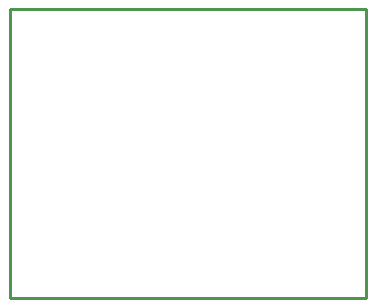
<source format=gko>
G04 Layer: BoardOutline*
G04 EasyEDA v5.9.42, Fri, 12 Apr 2019 18:04:20 GMT*
G04 768ab006493c4119a1cef813949c7461*
G04 Gerber Generator version 0.2*
G04 Scale: 100 percent, Rotated: No, Reflected: No *
G04 Dimensions in millimeters *
G04 leading zeros omitted , absolute positions ,3 integer and 3 decimal *
%FSLAX33Y33*%
%MOMM*%
G90*
G71D02*

%ADD10C,0.254000*%
G54D10*
G01X0Y24511D02*
G01X30099Y24511D01*
G01X30099Y0D01*
G01X0Y0D01*
G01X0Y24511D01*

%LPD*%
M00*
M02*

</source>
